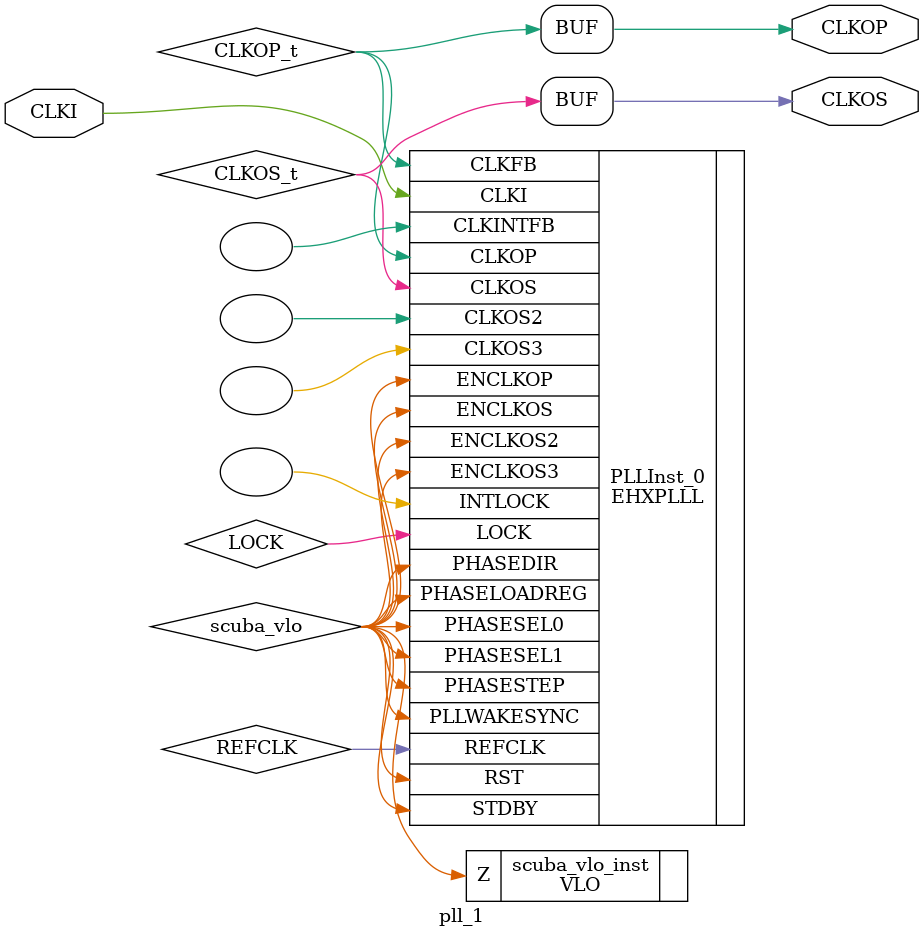
<source format=v>
/* Verilog netlist generated by SCUBA Diamond (64-bit) 3.11.0.396.4 */
/* Module Version: 5.7 */
/* C:\lscc\diamond\3.11_x64\ispfpga\bin\nt64\scuba.exe -w -n pll_1 -lang verilog -synth synplify -bus_exp 7 -bb -arch sa5p00 -type pll -fin 25 -fclkop 75 -fclkop_tol 0.0 -fclkos 75 -fclkos_tol 0.0 -phases 90 -phase_cntl STATIC -fb_mode 1 -fdc F:/Programs/cygwin64/home/Tomi/github/RVEVAL/PICORV32/RTL/LATTICE/pll/pll_1/pll_1.fdc  */
/* Mon Aug 29 08:32:11 2022 */


`timescale 1 ns / 1 ps
module pll_1 (CLKI, CLKOP, CLKOS)/* synthesis NGD_DRC_MASK=1 */;
    input wire CLKI;
    output wire CLKOP;
    output wire CLKOS;

    wire REFCLK;
    wire LOCK;
    wire CLKOS_t;
    wire CLKOP_t;
    wire scuba_vhi;
    wire scuba_vlo;

    VHI scuba_vhi_inst (.Z(scuba_vhi));

    VLO scuba_vlo_inst (.Z(scuba_vlo));

    defparam PLLInst_0.PLLRST_ENA = "DISABLED" ;
    defparam PLLInst_0.INTFB_WAKE = "DISABLED" ;
    defparam PLLInst_0.STDBY_ENABLE = "DISABLED" ;
    defparam PLLInst_0.DPHASE_SOURCE = "DISABLED" ;
    defparam PLLInst_0.CLKOS3_FPHASE = 0 ;
    defparam PLLInst_0.CLKOS3_CPHASE = 0 ;
    defparam PLLInst_0.CLKOS2_FPHASE = 0 ;
    defparam PLLInst_0.CLKOS2_CPHASE = 0 ;
    defparam PLLInst_0.CLKOS_FPHASE = 0 ;
    defparam PLLInst_0.CLKOS_CPHASE = 9 ;
    defparam PLLInst_0.CLKOP_FPHASE = 0 ;
    defparam PLLInst_0.CLKOP_CPHASE = 7 ;
    defparam PLLInst_0.PLL_LOCK_MODE = 0 ;
    defparam PLLInst_0.CLKOS_TRIM_DELAY = 0 ;
    defparam PLLInst_0.CLKOS_TRIM_POL = "FALLING" ;
    defparam PLLInst_0.CLKOP_TRIM_DELAY = 0 ;
    defparam PLLInst_0.CLKOP_TRIM_POL = "FALLING" ;
    defparam PLLInst_0.OUTDIVIDER_MUXD = "DIVD" ;
    defparam PLLInst_0.CLKOS3_ENABLE = "DISABLED" ;
    defparam PLLInst_0.OUTDIVIDER_MUXC = "DIVC" ;
    defparam PLLInst_0.CLKOS2_ENABLE = "DISABLED" ;
    defparam PLLInst_0.OUTDIVIDER_MUXB = "DIVB" ;
    defparam PLLInst_0.CLKOS_ENABLE = "ENABLED" ;
    defparam PLLInst_0.OUTDIVIDER_MUXA = "DIVA" ;
    defparam PLLInst_0.CLKOP_ENABLE = "ENABLED" ;
    defparam PLLInst_0.CLKOS3_DIV = 1 ;
    defparam PLLInst_0.CLKOS2_DIV = 1 ;
    defparam PLLInst_0.CLKOS_DIV = 8 ;
    defparam PLLInst_0.CLKOP_DIV = 8 ;
    defparam PLLInst_0.CLKFB_DIV = 3 ;
    defparam PLLInst_0.CLKI_DIV = 1 ;
    defparam PLLInst_0.FEEDBK_PATH = "CLKOP" ;
    EHXPLLL PLLInst_0 (.CLKI(CLKI), .CLKFB(CLKOP_t), .PHASESEL1(scuba_vlo), 
        .PHASESEL0(scuba_vlo), .PHASEDIR(scuba_vlo), .PHASESTEP(scuba_vlo), 
        .PHASELOADREG(scuba_vlo), .STDBY(scuba_vlo), .PLLWAKESYNC(scuba_vlo), 
        .RST(scuba_vlo), .ENCLKOP(scuba_vlo), .ENCLKOS(scuba_vlo), .ENCLKOS2(scuba_vlo), 
        .ENCLKOS3(scuba_vlo), .CLKOP(CLKOP_t), .CLKOS(CLKOS_t), .CLKOS2(), 
        .CLKOS3(), .LOCK(LOCK), .INTLOCK(), .REFCLK(REFCLK), .CLKINTFB())
             /* synthesis FREQUENCY_PIN_CLKOS="75.000000" */
             /* synthesis FREQUENCY_PIN_CLKOP="75.000000" */
             /* synthesis FREQUENCY_PIN_CLKI="25.000000" */
             /* synthesis ICP_CURRENT="5" */
             /* synthesis LPF_RESISTOR="16" */;

    assign CLKOS = CLKOS_t;
    assign CLKOP = CLKOP_t;


    // exemplar begin
    // exemplar attribute PLLInst_0 FREQUENCY_PIN_CLKOS 75.000000
    // exemplar attribute PLLInst_0 FREQUENCY_PIN_CLKOP 75.000000
    // exemplar attribute PLLInst_0 FREQUENCY_PIN_CLKI 25.000000
    // exemplar attribute PLLInst_0 ICP_CURRENT 5
    // exemplar attribute PLLInst_0 LPF_RESISTOR 16
    // exemplar end

endmodule

</source>
